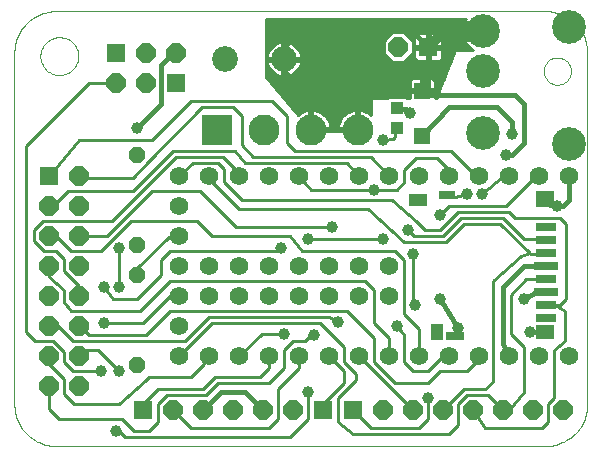
<source format=gtl>
G75*
G70*
%OFA0B0*%
%FSLAX24Y24*%
%IPPOS*%
%LPD*%
%AMOC8*
5,1,8,0,0,1.08239X$1,22.5*
%
%ADD10C,0.0000*%
%ADD11R,0.0433X0.0394*%
%ADD12R,0.0640X0.0640*%
%ADD13OC8,0.0640*%
%ADD14C,0.1033*%
%ADD15R,0.1033X0.1033*%
%ADD16C,0.0860*%
%ADD17R,0.0591X0.0551*%
%ADD18R,0.0591X0.0512*%
%ADD19R,0.0689X0.0276*%
%ADD20R,0.0800X0.0276*%
%ADD21R,0.0591X0.0315*%
%ADD22R,0.0394X0.0551*%
%ADD23R,0.0551X0.0315*%
%ADD24R,0.0610X0.0394*%
%ADD25C,0.1122*%
%ADD26R,0.0551X0.0551*%
%ADD27OC8,0.0560*%
%ADD28C,0.0620*%
%ADD29C,0.0160*%
%ADD30C,0.0396*%
%ADD31C,0.0700*%
%ADD32C,0.0320*%
%ADD33C,0.0100*%
D10*
X001600Y004500D02*
X017900Y004500D01*
X017973Y004502D01*
X018046Y004508D01*
X018119Y004517D01*
X018191Y004531D01*
X018262Y004548D01*
X018333Y004569D01*
X018402Y004593D01*
X018469Y004621D01*
X018536Y004653D01*
X018600Y004688D01*
X018662Y004726D01*
X018723Y004767D01*
X018781Y004812D01*
X018837Y004860D01*
X018890Y004910D01*
X018940Y004963D01*
X018988Y005019D01*
X019033Y005077D01*
X019074Y005138D01*
X019112Y005200D01*
X019147Y005264D01*
X019179Y005331D01*
X019207Y005398D01*
X019231Y005467D01*
X019252Y005538D01*
X019269Y005609D01*
X019283Y005681D01*
X019292Y005754D01*
X019298Y005827D01*
X019300Y005900D01*
X019300Y017600D01*
X017847Y017000D02*
X017849Y017042D01*
X017855Y017084D01*
X017865Y017126D01*
X017878Y017166D01*
X017896Y017205D01*
X017917Y017242D01*
X017941Y017276D01*
X017969Y017309D01*
X017999Y017339D01*
X018032Y017365D01*
X018067Y017389D01*
X018105Y017409D01*
X018144Y017425D01*
X018184Y017438D01*
X018226Y017447D01*
X018268Y017452D01*
X018311Y017453D01*
X018353Y017450D01*
X018395Y017443D01*
X018436Y017432D01*
X018476Y017417D01*
X018514Y017399D01*
X018551Y017377D01*
X018585Y017352D01*
X018617Y017324D01*
X018645Y017293D01*
X018671Y017259D01*
X018694Y017223D01*
X018713Y017186D01*
X018729Y017146D01*
X018741Y017105D01*
X018749Y017064D01*
X018753Y017021D01*
X018753Y016979D01*
X018749Y016936D01*
X018741Y016895D01*
X018729Y016854D01*
X018713Y016814D01*
X018694Y016777D01*
X018671Y016741D01*
X018645Y016707D01*
X018617Y016676D01*
X018585Y016648D01*
X018551Y016623D01*
X018514Y016601D01*
X018476Y016583D01*
X018436Y016568D01*
X018395Y016557D01*
X018353Y016550D01*
X018311Y016547D01*
X018268Y016548D01*
X018226Y016553D01*
X018184Y016562D01*
X018144Y016575D01*
X018105Y016591D01*
X018067Y016611D01*
X018032Y016635D01*
X017999Y016661D01*
X017969Y016691D01*
X017941Y016724D01*
X017917Y016758D01*
X017896Y016795D01*
X017878Y016834D01*
X017865Y016874D01*
X017855Y016916D01*
X017849Y016958D01*
X017847Y017000D01*
X019300Y017600D02*
X019298Y017673D01*
X019292Y017746D01*
X019283Y017819D01*
X019269Y017891D01*
X019252Y017962D01*
X019231Y018033D01*
X019207Y018102D01*
X019179Y018169D01*
X019147Y018236D01*
X019112Y018300D01*
X019074Y018362D01*
X019033Y018423D01*
X018988Y018481D01*
X018940Y018537D01*
X018890Y018590D01*
X018837Y018640D01*
X018781Y018688D01*
X018723Y018733D01*
X018662Y018774D01*
X018600Y018812D01*
X018536Y018847D01*
X018469Y018879D01*
X018402Y018907D01*
X018333Y018931D01*
X018262Y018952D01*
X018191Y018969D01*
X018119Y018983D01*
X018046Y018992D01*
X017973Y018998D01*
X017900Y019000D01*
X001600Y019000D01*
X001527Y018998D01*
X001454Y018992D01*
X001381Y018983D01*
X001309Y018969D01*
X001238Y018952D01*
X001167Y018931D01*
X001098Y018907D01*
X001031Y018879D01*
X000964Y018847D01*
X000900Y018812D01*
X000838Y018774D01*
X000777Y018733D01*
X000719Y018688D01*
X000663Y018640D01*
X000610Y018590D01*
X000560Y018537D01*
X000512Y018481D01*
X000467Y018423D01*
X000426Y018362D01*
X000388Y018300D01*
X000353Y018236D01*
X000321Y018169D01*
X000293Y018102D01*
X000269Y018033D01*
X000248Y017962D01*
X000231Y017891D01*
X000217Y017819D01*
X000208Y017746D01*
X000202Y017673D01*
X000200Y017600D01*
X000200Y005900D01*
X000202Y005827D01*
X000208Y005754D01*
X000217Y005681D01*
X000231Y005609D01*
X000248Y005538D01*
X000269Y005467D01*
X000293Y005398D01*
X000321Y005331D01*
X000353Y005264D01*
X000388Y005200D01*
X000426Y005138D01*
X000467Y005077D01*
X000512Y005019D01*
X000560Y004963D01*
X000610Y004910D01*
X000663Y004860D01*
X000719Y004812D01*
X000777Y004767D01*
X000838Y004726D01*
X000900Y004688D01*
X000964Y004653D01*
X001031Y004621D01*
X001098Y004593D01*
X001167Y004569D01*
X001238Y004548D01*
X001309Y004531D01*
X001381Y004517D01*
X001454Y004508D01*
X001527Y004502D01*
X001600Y004500D01*
X001070Y017500D02*
X001072Y017550D01*
X001078Y017600D01*
X001088Y017649D01*
X001102Y017697D01*
X001119Y017744D01*
X001140Y017789D01*
X001165Y017833D01*
X001193Y017874D01*
X001225Y017913D01*
X001259Y017950D01*
X001296Y017984D01*
X001336Y018014D01*
X001378Y018041D01*
X001422Y018065D01*
X001468Y018086D01*
X001515Y018102D01*
X001563Y018115D01*
X001613Y018124D01*
X001662Y018129D01*
X001713Y018130D01*
X001763Y018127D01*
X001812Y018120D01*
X001861Y018109D01*
X001909Y018094D01*
X001955Y018076D01*
X002000Y018054D01*
X002043Y018028D01*
X002084Y017999D01*
X002123Y017967D01*
X002159Y017932D01*
X002191Y017894D01*
X002221Y017854D01*
X002248Y017811D01*
X002271Y017767D01*
X002290Y017721D01*
X002306Y017673D01*
X002318Y017624D01*
X002326Y017575D01*
X002330Y017525D01*
X002330Y017475D01*
X002326Y017425D01*
X002318Y017376D01*
X002306Y017327D01*
X002290Y017279D01*
X002271Y017233D01*
X002248Y017189D01*
X002221Y017146D01*
X002191Y017106D01*
X002159Y017068D01*
X002123Y017033D01*
X002084Y017001D01*
X002043Y016972D01*
X002000Y016946D01*
X001955Y016924D01*
X001909Y016906D01*
X001861Y016891D01*
X001812Y016880D01*
X001763Y016873D01*
X001713Y016870D01*
X001662Y016871D01*
X001613Y016876D01*
X001563Y016885D01*
X001515Y016898D01*
X001468Y016914D01*
X001422Y016935D01*
X001378Y016959D01*
X001336Y016986D01*
X001296Y017016D01*
X001259Y017050D01*
X001225Y017087D01*
X001193Y017126D01*
X001165Y017167D01*
X001140Y017211D01*
X001119Y017256D01*
X001102Y017303D01*
X001088Y017351D01*
X001078Y017400D01*
X001072Y017450D01*
X001070Y017500D01*
D11*
X012950Y015785D03*
X012950Y015115D03*
D12*
X014000Y017800D03*
X005600Y016600D03*
X003600Y017600D03*
X001350Y013500D03*
X004500Y005700D03*
X010500Y005700D03*
X011500Y005700D03*
D13*
X012500Y005700D03*
X013500Y005700D03*
X014500Y005700D03*
X015500Y005700D03*
X016500Y005700D03*
X017500Y005700D03*
X018500Y005700D03*
X009500Y005700D03*
X008500Y005700D03*
X007500Y005700D03*
X006500Y005700D03*
X005500Y005700D03*
X002350Y006500D03*
X001350Y006500D03*
X001350Y007500D03*
X001350Y008500D03*
X001350Y009500D03*
X001350Y010500D03*
X001350Y011500D03*
X002350Y011500D03*
X002350Y010500D03*
X002350Y009500D03*
X002350Y008500D03*
X002350Y007500D03*
X002350Y012500D03*
X002350Y013500D03*
X001350Y012500D03*
X003600Y016600D03*
X004600Y016600D03*
X004600Y017600D03*
X005600Y017600D03*
X013000Y017800D03*
D14*
X011640Y015050D03*
X010080Y015050D03*
X008520Y015050D03*
D15*
X006960Y015050D03*
D16*
X007216Y017400D03*
X009184Y017400D03*
D17*
X017883Y012737D03*
D18*
X017883Y008288D03*
D19*
X017923Y008780D03*
X017923Y009193D03*
X017923Y010059D03*
X017923Y010926D03*
X017923Y011359D03*
X017923Y011792D03*
D20*
X017923Y010493D03*
X017923Y009626D03*
D21*
X014891Y008170D03*
D22*
X014301Y008288D03*
D23*
X014635Y012855D03*
D24*
X013671Y012717D03*
D25*
X015820Y014953D03*
X015820Y017000D03*
X015820Y018339D03*
X018694Y018457D03*
X018694Y014559D03*
D26*
X013800Y014852D03*
X013800Y016348D03*
D27*
X004300Y014200D03*
X004300Y011200D03*
X004300Y010200D03*
X004300Y007200D03*
D28*
X005700Y007500D03*
X005700Y008500D03*
X005700Y009500D03*
X005700Y010500D03*
X005700Y011500D03*
X006700Y010500D03*
X006700Y009500D03*
X007700Y009500D03*
X007700Y010500D03*
X008700Y010500D03*
X008700Y009500D03*
X009700Y009500D03*
X009700Y010500D03*
X010700Y010500D03*
X010700Y009500D03*
X011700Y009500D03*
X011700Y010500D03*
X012700Y010500D03*
X012700Y009500D03*
X012700Y007500D03*
X011700Y007500D03*
X010700Y007500D03*
X009700Y007500D03*
X008700Y007500D03*
X007700Y007500D03*
X006700Y007500D03*
X005700Y012500D03*
X005700Y013500D03*
X006700Y013500D03*
X007700Y013500D03*
X008700Y013500D03*
X009700Y013500D03*
X010700Y013500D03*
X011700Y013500D03*
X012700Y013500D03*
X013700Y013500D03*
X014700Y013500D03*
X015700Y013500D03*
X016700Y013500D03*
X017700Y013500D03*
X018700Y013500D03*
X018700Y007500D03*
X017700Y007500D03*
X016700Y007500D03*
X015700Y007500D03*
X014700Y007500D03*
X013700Y007500D03*
D29*
X014891Y008170D02*
X015000Y008261D01*
X015000Y008450D01*
X014400Y009400D01*
X016500Y009800D02*
X016500Y007900D01*
X016700Y007500D01*
X017400Y008300D02*
X017612Y008288D01*
X017883Y008288D01*
X017200Y009400D02*
X017574Y009626D01*
X017923Y009626D01*
X017923Y010493D02*
X017193Y010493D01*
X016500Y009800D01*
X017747Y012600D02*
X017883Y012737D01*
X017747Y012600D02*
X018300Y012500D01*
X018500Y012500D01*
X018700Y012700D01*
X018700Y013500D01*
X017200Y014600D02*
X017200Y015900D01*
X016900Y016200D01*
X014000Y016200D01*
X013852Y016348D01*
X013800Y016348D01*
X014000Y016248D01*
X014000Y016200D01*
X014000Y016248D02*
X014000Y017800D01*
X013400Y018400D01*
X009800Y018400D01*
X009200Y017800D01*
X009200Y017400D01*
X009184Y017400D02*
X009184Y017016D01*
X010100Y016100D01*
X010100Y015070D01*
X010080Y015050D01*
X011640Y015050D01*
X011700Y015110D01*
X012950Y015785D02*
X013265Y015750D01*
X013400Y015600D01*
X013800Y014852D02*
X014700Y015800D01*
X016300Y015800D01*
X016800Y015300D01*
X016800Y014900D01*
X017200Y014600D02*
X016800Y014200D01*
X016600Y014200D01*
X008500Y005700D02*
X007900Y006300D01*
X007100Y006300D01*
X006500Y005700D01*
X004300Y015100D02*
X005100Y015900D01*
X005100Y017200D01*
X005500Y017600D01*
X005600Y017600D01*
D30*
X004300Y015100D03*
X003700Y011100D03*
X003700Y009800D03*
X003200Y009800D03*
X003200Y008600D03*
X003100Y007000D03*
X003700Y007000D03*
X003600Y005000D03*
X009200Y008250D03*
X010200Y008200D03*
X011000Y008650D03*
X012950Y008500D03*
X013550Y009200D03*
X014400Y009400D03*
X015000Y008450D03*
X017200Y009400D03*
X017400Y008300D03*
X014000Y006100D03*
X010000Y006300D03*
X013500Y010900D03*
X013310Y011690D03*
X012500Y011400D03*
X012200Y013050D03*
X010800Y011800D03*
X010000Y011400D03*
X009100Y011100D03*
X012500Y014700D03*
X013400Y015600D03*
X015300Y012900D03*
X015800Y012900D03*
X016600Y014200D03*
X016800Y014900D03*
X018300Y012500D03*
X014400Y012200D03*
D31*
X014539Y018339D02*
X015820Y018339D01*
D32*
X014539Y018339D02*
X014000Y017800D01*
D33*
X014050Y017798D02*
X015357Y017798D01*
X015350Y017803D02*
X015424Y017746D01*
X015504Y017700D01*
X014900Y017700D01*
X014300Y016200D01*
X014300Y016100D01*
X014226Y016100D01*
X014226Y016298D01*
X013850Y016298D01*
X013850Y016398D01*
X014226Y016398D01*
X014226Y016643D01*
X014215Y016682D01*
X014196Y016716D01*
X014168Y016744D01*
X014133Y016763D01*
X014095Y016774D01*
X013850Y016774D01*
X013850Y016398D01*
X013750Y016398D01*
X013750Y016298D01*
X013374Y016298D01*
X013374Y016100D01*
X013288Y016100D01*
X013237Y016151D01*
X012663Y016151D01*
X012612Y016100D01*
X012100Y016100D01*
X012100Y015533D01*
X012081Y015552D01*
X012011Y015606D01*
X011936Y015649D01*
X011855Y015683D01*
X011770Y015705D01*
X011690Y015716D01*
X011690Y015100D01*
X011590Y015100D01*
X011590Y015716D01*
X011510Y015705D01*
X011425Y015683D01*
X011344Y015649D01*
X011269Y015606D01*
X011199Y015552D01*
X011138Y015491D01*
X011084Y015421D01*
X011041Y015346D01*
X011007Y015265D01*
X010985Y015180D01*
X010974Y015100D01*
X011590Y015100D01*
X011590Y015000D01*
X010130Y015000D01*
X010130Y015100D01*
X010030Y015100D01*
X010030Y015716D01*
X009950Y015705D01*
X009865Y015683D01*
X009784Y015649D01*
X009709Y015606D01*
X009640Y015552D01*
X008600Y016800D01*
X008600Y018750D01*
X015239Y018750D01*
X015227Y018734D01*
X015181Y018654D01*
X015145Y018568D01*
X015121Y018478D01*
X015109Y018389D01*
X015770Y018389D01*
X015770Y018289D01*
X015109Y018289D01*
X015121Y018200D01*
X015145Y018110D01*
X015181Y018023D01*
X015227Y017943D01*
X015284Y017869D01*
X015350Y017803D01*
X015263Y017896D02*
X014470Y017896D01*
X014470Y017850D02*
X014470Y018140D01*
X014460Y018178D01*
X014440Y018212D01*
X014412Y018240D01*
X014378Y018260D01*
X014340Y018270D01*
X014050Y018270D01*
X014050Y017850D01*
X013950Y017850D01*
X013950Y018270D01*
X013660Y018270D01*
X013622Y018260D01*
X013588Y018240D01*
X013560Y018212D01*
X013540Y018178D01*
X013530Y018140D01*
X013530Y017850D01*
X013950Y017850D01*
X013950Y017750D01*
X013530Y017750D01*
X013530Y017460D01*
X013540Y017422D01*
X013560Y017388D01*
X013588Y017360D01*
X013622Y017340D01*
X013660Y017330D01*
X013950Y017330D01*
X013950Y017750D01*
X014050Y017750D01*
X014050Y017850D01*
X014470Y017850D01*
X014470Y017750D02*
X014050Y017750D01*
X014050Y017330D01*
X014340Y017330D01*
X014378Y017340D01*
X014412Y017360D01*
X014440Y017388D01*
X014460Y017422D01*
X014470Y017460D01*
X014470Y017750D01*
X014470Y017699D02*
X014900Y017699D01*
X014860Y017601D02*
X014470Y017601D01*
X014470Y017502D02*
X014821Y017502D01*
X014781Y017404D02*
X014449Y017404D01*
X014663Y017108D02*
X009686Y017108D01*
X009680Y017096D02*
X009722Y017177D01*
X009750Y017264D01*
X009764Y017352D01*
X009233Y017352D01*
X009233Y017448D01*
X009764Y017448D01*
X009750Y017536D01*
X009722Y017623D01*
X009680Y017704D01*
X009627Y017778D01*
X009562Y017842D01*
X009488Y017896D01*
X009407Y017938D01*
X009320Y017966D01*
X009233Y017980D01*
X009233Y017448D01*
X009136Y017448D01*
X009136Y017352D01*
X008605Y017352D01*
X008619Y017264D01*
X008647Y017177D01*
X008688Y017096D01*
X008742Y017022D01*
X008806Y016958D01*
X008880Y016904D01*
X008962Y016862D01*
X009048Y016834D01*
X009136Y016820D01*
X009136Y017352D01*
X009233Y017352D01*
X009233Y016820D01*
X009320Y016834D01*
X009407Y016862D01*
X009488Y016904D01*
X009562Y016958D01*
X009627Y017022D01*
X009680Y017096D01*
X009614Y017010D02*
X014624Y017010D01*
X014584Y016911D02*
X009498Y016911D01*
X009731Y017207D02*
X014703Y017207D01*
X014742Y017305D02*
X009756Y017305D01*
X009755Y017502D02*
X012605Y017502D01*
X012510Y017597D02*
X012797Y017310D01*
X013203Y017310D01*
X013490Y017597D01*
X013490Y018003D01*
X013203Y018290D01*
X012797Y018290D01*
X012510Y018003D01*
X012510Y017597D01*
X012510Y017601D02*
X009729Y017601D01*
X009683Y017699D02*
X012510Y017699D01*
X012510Y017798D02*
X009607Y017798D01*
X009488Y017896D02*
X012510Y017896D01*
X012510Y017995D02*
X008600Y017995D01*
X008600Y018093D02*
X012600Y018093D01*
X012699Y018192D02*
X008600Y018192D01*
X008600Y018290D02*
X015770Y018290D01*
X015770Y018389D02*
X008600Y018389D01*
X008600Y018487D02*
X015123Y018487D01*
X015152Y018586D02*
X008600Y018586D01*
X008600Y018684D02*
X015198Y018684D01*
X015123Y018192D02*
X014452Y018192D01*
X014470Y018093D02*
X015152Y018093D01*
X015197Y017995D02*
X014470Y017995D01*
X014050Y017995D02*
X013950Y017995D01*
X013950Y018093D02*
X014050Y018093D01*
X014050Y018192D02*
X013950Y018192D01*
X013950Y017896D02*
X014050Y017896D01*
X013950Y017798D02*
X013490Y017798D01*
X013490Y017896D02*
X013530Y017896D01*
X013530Y017995D02*
X013490Y017995D01*
X013530Y018093D02*
X013400Y018093D01*
X013301Y018192D02*
X013548Y018192D01*
X013530Y017699D02*
X013490Y017699D01*
X013490Y017601D02*
X013530Y017601D01*
X013530Y017502D02*
X013395Y017502D01*
X013296Y017404D02*
X013551Y017404D01*
X013950Y017404D02*
X014050Y017404D01*
X014050Y017502D02*
X013950Y017502D01*
X013950Y017601D02*
X014050Y017601D01*
X014050Y017699D02*
X013950Y017699D01*
X013750Y016774D02*
X013505Y016774D01*
X013467Y016763D01*
X013432Y016744D01*
X013404Y016716D01*
X013385Y016682D01*
X013374Y016643D01*
X013374Y016398D01*
X013750Y016398D01*
X013750Y016774D01*
X013750Y016714D02*
X013850Y016714D01*
X013850Y016616D02*
X013750Y016616D01*
X013750Y016517D02*
X013850Y016517D01*
X013850Y016419D02*
X013750Y016419D01*
X013750Y016320D02*
X009000Y016320D01*
X009082Y016222D02*
X013374Y016222D01*
X013374Y016123D02*
X013265Y016123D01*
X013374Y016419D02*
X008918Y016419D01*
X008836Y016517D02*
X013374Y016517D01*
X013374Y016616D02*
X008754Y016616D01*
X008672Y016714D02*
X013403Y016714D01*
X013850Y016320D02*
X014348Y016320D01*
X014309Y016222D02*
X014226Y016222D01*
X014226Y016123D02*
X014300Y016123D01*
X014226Y016419D02*
X014387Y016419D01*
X014427Y016517D02*
X014226Y016517D01*
X014226Y016616D02*
X014466Y016616D01*
X014506Y016714D02*
X014197Y016714D01*
X014545Y016813D02*
X008600Y016813D01*
X008600Y016911D02*
X008871Y016911D01*
X008754Y017010D02*
X008600Y017010D01*
X008600Y017108D02*
X008682Y017108D01*
X008637Y017207D02*
X008600Y017207D01*
X008600Y017305D02*
X008612Y017305D01*
X008600Y017404D02*
X009136Y017404D01*
X009136Y017448D02*
X008605Y017448D01*
X008619Y017536D01*
X008647Y017623D01*
X008688Y017704D01*
X008742Y017778D01*
X008806Y017842D01*
X008880Y017896D01*
X008600Y017896D01*
X008600Y017798D02*
X008762Y017798D01*
X008686Y017699D02*
X008600Y017699D01*
X008600Y017601D02*
X008640Y017601D01*
X008613Y017502D02*
X008600Y017502D01*
X008880Y017896D02*
X008962Y017938D01*
X009048Y017966D01*
X009136Y017980D01*
X009136Y017448D01*
X009136Y017502D02*
X009233Y017502D01*
X009233Y017404D02*
X012704Y017404D01*
X012635Y016123D02*
X009164Y016123D01*
X009246Y016025D02*
X012100Y016025D01*
X012100Y015926D02*
X009328Y015926D01*
X009410Y015828D02*
X012100Y015828D01*
X012100Y015729D02*
X009492Y015729D01*
X009575Y015631D02*
X009752Y015631D01*
X010030Y015631D02*
X010130Y015631D01*
X010130Y015716D02*
X010130Y015100D01*
X010746Y015100D01*
X010735Y015180D01*
X010713Y015265D01*
X010679Y015346D01*
X010636Y015421D01*
X010582Y015491D01*
X010521Y015552D01*
X010451Y015606D01*
X010376Y015649D01*
X010295Y015683D01*
X010210Y015705D01*
X010130Y015716D01*
X010130Y015532D02*
X010030Y015532D01*
X010030Y015434D02*
X010130Y015434D01*
X010130Y015335D02*
X010030Y015335D01*
X010030Y015237D02*
X010130Y015237D01*
X010130Y015138D02*
X010030Y015138D01*
X010130Y015040D02*
X011590Y015040D01*
X011590Y015138D02*
X011690Y015138D01*
X011690Y015237D02*
X011590Y015237D01*
X011590Y015335D02*
X011690Y015335D01*
X011690Y015434D02*
X011590Y015434D01*
X011590Y015532D02*
X011690Y015532D01*
X011690Y015631D02*
X011590Y015631D01*
X011312Y015631D02*
X010408Y015631D01*
X010541Y015532D02*
X011179Y015532D01*
X011094Y015434D02*
X010626Y015434D01*
X010684Y015335D02*
X011036Y015335D01*
X011000Y015237D02*
X010720Y015237D01*
X010741Y015138D02*
X010979Y015138D01*
X011968Y015631D02*
X012100Y015631D01*
X012950Y015115D02*
X012850Y014750D01*
X012500Y014700D01*
X012100Y014150D02*
X008150Y014150D01*
X007800Y014550D01*
X007800Y015500D01*
X007500Y015800D01*
X006450Y015800D01*
X004700Y014000D01*
X004150Y013450D01*
X002400Y013450D01*
X002350Y013500D01*
X002000Y013000D02*
X004150Y013000D01*
X005500Y014350D01*
X007550Y014350D01*
X007900Y013950D01*
X011300Y013950D01*
X011700Y013500D01*
X012200Y013050D02*
X010100Y013050D01*
X009700Y013500D01*
X009550Y014350D02*
X009300Y014600D01*
X009300Y015500D01*
X008800Y016000D01*
X006100Y016000D01*
X004800Y014700D01*
X002350Y014700D01*
X001350Y013500D01*
X002000Y013000D02*
X001500Y012500D01*
X001350Y012500D01*
X001150Y012000D02*
X000850Y011700D01*
X000850Y011350D01*
X001200Y011000D01*
X001600Y011000D01*
X001850Y010750D01*
X001850Y010350D01*
X002350Y009850D01*
X002350Y009500D01*
X001850Y009300D02*
X002100Y009000D01*
X004400Y009000D01*
X005400Y010000D01*
X011900Y010000D01*
X012200Y009700D01*
X012200Y008600D01*
X012700Y008100D01*
X012700Y007500D01*
X013200Y007300D02*
X013200Y008200D01*
X012950Y008500D01*
X013200Y008900D02*
X013200Y010700D01*
X012900Y011000D01*
X009800Y011000D01*
X009400Y011500D01*
X006800Y011500D01*
X006300Y012000D01*
X004100Y012000D01*
X003100Y011000D01*
X002100Y011000D01*
X001600Y011500D01*
X001350Y011500D01*
X001150Y012000D02*
X003450Y012000D01*
X005600Y014150D01*
X007150Y014150D01*
X007700Y013600D01*
X007700Y013500D01*
X007200Y013300D02*
X007200Y013750D01*
X007000Y013950D01*
X006150Y013950D01*
X005700Y013500D01*
X006400Y013000D02*
X004800Y013000D01*
X003300Y011500D01*
X002350Y011500D01*
X001350Y010500D02*
X001350Y010150D01*
X001850Y009700D01*
X001850Y009300D01*
X001650Y008500D02*
X001350Y008500D01*
X001650Y008500D02*
X002150Y008000D01*
X005900Y008000D01*
X006700Y008800D01*
X010700Y008800D01*
X011000Y008650D01*
X011300Y009000D02*
X005400Y009000D01*
X004600Y008200D01*
X002700Y008200D01*
X002500Y008400D01*
X002450Y008400D01*
X002350Y008500D01*
X002350Y007700D02*
X003000Y007700D01*
X003700Y007000D01*
X003100Y007000D02*
X002150Y007000D01*
X001850Y007300D01*
X001850Y007650D01*
X001500Y008000D01*
X000900Y008000D01*
X000600Y008300D01*
X000600Y014500D01*
X002700Y016600D01*
X003600Y016600D01*
X006600Y013500D02*
X006700Y013500D01*
X006600Y013500D02*
X007700Y012400D01*
X012000Y012400D01*
X013200Y011300D01*
X014600Y011300D01*
X015200Y011900D01*
X016400Y011900D01*
X017374Y010926D01*
X017400Y010900D01*
X017848Y010900D01*
X017923Y010926D01*
X017923Y011359D02*
X017881Y011400D01*
X017200Y011400D01*
X016500Y012100D01*
X015100Y012100D01*
X014500Y011500D01*
X014212Y011490D01*
X013510Y011490D01*
X013310Y011690D01*
X013600Y012000D02*
X013900Y011700D01*
X014400Y011700D01*
X015000Y012300D01*
X016700Y012300D01*
X016900Y012100D01*
X018400Y012100D01*
X018600Y011900D01*
X018600Y009400D01*
X018400Y009200D01*
X018330Y009200D01*
X018200Y009198D01*
X018200Y009193D01*
X018207Y009193D01*
X018550Y009000D01*
X018550Y008000D01*
X018200Y007700D01*
X018200Y006100D01*
X018000Y005900D01*
X018000Y005300D01*
X017800Y005100D01*
X015900Y005100D01*
X015500Y005700D01*
X015000Y005900D02*
X015000Y005200D01*
X014700Y004900D01*
X011500Y004900D01*
X011000Y005300D01*
X011000Y006100D01*
X011600Y006700D01*
X011600Y006900D01*
X011200Y007300D01*
X011200Y007800D01*
X010400Y008600D01*
X006800Y008600D01*
X005700Y007500D01*
X006100Y006800D02*
X006500Y007200D01*
X006700Y007500D01*
X006900Y006800D02*
X006500Y006400D01*
X005000Y006400D01*
X004500Y005900D01*
X004500Y005700D01*
X005000Y005900D02*
X005000Y005300D01*
X004700Y005000D01*
X004200Y005000D01*
X003800Y005400D01*
X001700Y005400D01*
X001350Y005750D01*
X001350Y006500D01*
X001850Y006250D02*
X002200Y005900D01*
X003700Y005900D01*
X004600Y006700D01*
X004700Y006800D01*
X006100Y006800D01*
X006600Y006200D02*
X007000Y006600D01*
X008700Y006600D01*
X009200Y007100D01*
X009200Y007700D01*
X009500Y008000D01*
X009900Y008000D01*
X010100Y008200D01*
X010200Y008200D01*
X009700Y007500D02*
X009700Y007100D01*
X009000Y006400D01*
X009000Y005400D01*
X008700Y005100D01*
X006100Y005100D01*
X005500Y005700D01*
X005300Y006200D02*
X006600Y006200D01*
X006900Y006800D02*
X008400Y006800D01*
X008700Y007100D01*
X008700Y007500D01*
X008450Y008250D02*
X009200Y008250D01*
X008450Y008250D02*
X007700Y007500D01*
X005700Y009500D02*
X005400Y009500D01*
X004500Y008600D01*
X003200Y008600D01*
X003500Y009400D02*
X003200Y009800D01*
X003500Y009400D02*
X004300Y009400D01*
X005100Y010200D01*
X005100Y010700D01*
X005400Y011000D01*
X009000Y011000D01*
X009100Y011100D01*
X010000Y011400D02*
X012500Y011400D01*
X013500Y010900D02*
X013500Y009300D01*
X013550Y009200D01*
X013200Y008900D02*
X013700Y008400D01*
X013700Y007500D01*
X013500Y007000D02*
X013200Y007300D01*
X013500Y007000D02*
X014000Y007000D01*
X014500Y007500D01*
X014700Y007500D01*
X014400Y007000D02*
X014000Y006600D01*
X012900Y006600D01*
X012200Y007300D01*
X012200Y008100D01*
X011300Y009000D01*
X011700Y007500D02*
X013500Y005700D01*
X014000Y005400D02*
X014000Y006100D01*
X014500Y005700D02*
X015200Y006400D01*
X015900Y006400D01*
X016150Y006650D01*
X016150Y010000D01*
X017076Y010826D01*
X017374Y010926D01*
X017259Y010059D02*
X017923Y010059D01*
X017863Y010000D01*
X017259Y010059D02*
X016750Y009550D01*
X016750Y008250D01*
X017200Y007800D01*
X017200Y006300D01*
X016700Y005700D01*
X016500Y005700D01*
X016000Y006200D01*
X015300Y006200D01*
X015000Y005900D01*
X014000Y005400D02*
X013700Y005100D01*
X012100Y005100D01*
X011500Y005700D01*
X011200Y006600D02*
X011200Y007000D01*
X010700Y007500D01*
X011200Y006600D02*
X010500Y005900D01*
X010500Y005700D01*
X010000Y005400D02*
X010000Y006300D01*
X010000Y005400D02*
X009400Y004800D01*
X003900Y004800D01*
X003700Y005000D01*
X003600Y005000D01*
X005000Y005900D02*
X005300Y006200D01*
X002350Y007500D02*
X002350Y007700D01*
X001400Y007500D02*
X001350Y007500D01*
X001350Y007250D01*
X001850Y006750D01*
X001850Y006250D01*
X003700Y009800D02*
X003700Y011100D01*
X004300Y010424D02*
X005339Y011462D01*
X005538Y011462D01*
X005700Y011500D01*
X004300Y010424D02*
X004300Y010200D01*
X006400Y013000D02*
X007600Y011800D01*
X010800Y011800D01*
X012200Y013050D02*
X012950Y013050D01*
X013200Y013300D01*
X013200Y013700D01*
X013600Y014100D01*
X014300Y014100D01*
X014700Y013700D01*
X014700Y013500D01*
X014881Y012800D02*
X015300Y012900D01*
X014881Y012800D02*
X014635Y012855D01*
X014700Y012500D02*
X016600Y012500D01*
X017500Y013400D01*
X017600Y013400D01*
X017700Y013500D01*
X016700Y013500D02*
X016500Y013500D01*
X015800Y012900D01*
X015700Y013500D02*
X015500Y013600D01*
X014750Y014350D01*
X009550Y014350D01*
X007800Y012700D02*
X007200Y013300D01*
X007800Y012700D02*
X012800Y012700D01*
X013600Y012000D01*
X014400Y012200D02*
X014700Y012500D01*
X012700Y013500D02*
X012100Y014150D01*
X009233Y016911D02*
X009136Y016911D01*
X009136Y017010D02*
X009233Y017010D01*
X009233Y017108D02*
X009136Y017108D01*
X009136Y017207D02*
X009233Y017207D01*
X009233Y017305D02*
X009136Y017305D01*
X009136Y017601D02*
X009233Y017601D01*
X009233Y017699D02*
X009136Y017699D01*
X009136Y017798D02*
X009233Y017798D01*
X009233Y017896D02*
X009136Y017896D01*
X017923Y009193D02*
X018200Y009198D01*
X015700Y007500D02*
X015700Y007400D01*
X015300Y007000D01*
X014400Y007000D01*
M02*

</source>
